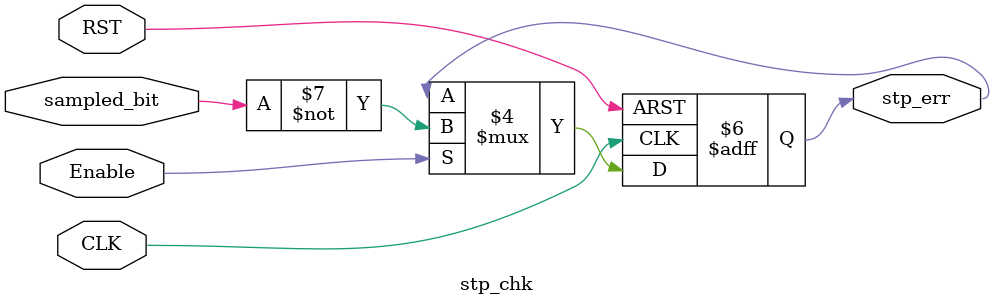
<source format=v>

module stp_chk (
 input   wire                  CLK,
 input   wire                  RST,
 input   wire                  sampled_bit,
 input   wire                  Enable, 
 output  reg                   stp_err
);

 
              
// error check
always @ (posedge CLK or negedge RST)
 begin
  if(!RST)
   begin
    stp_err <= 'b0 ;
   end
  else if(Enable)
   begin
    stp_err <= 1'b1 ^ sampled_bit ;
   end
 end
 

 
endmodule
</source>
